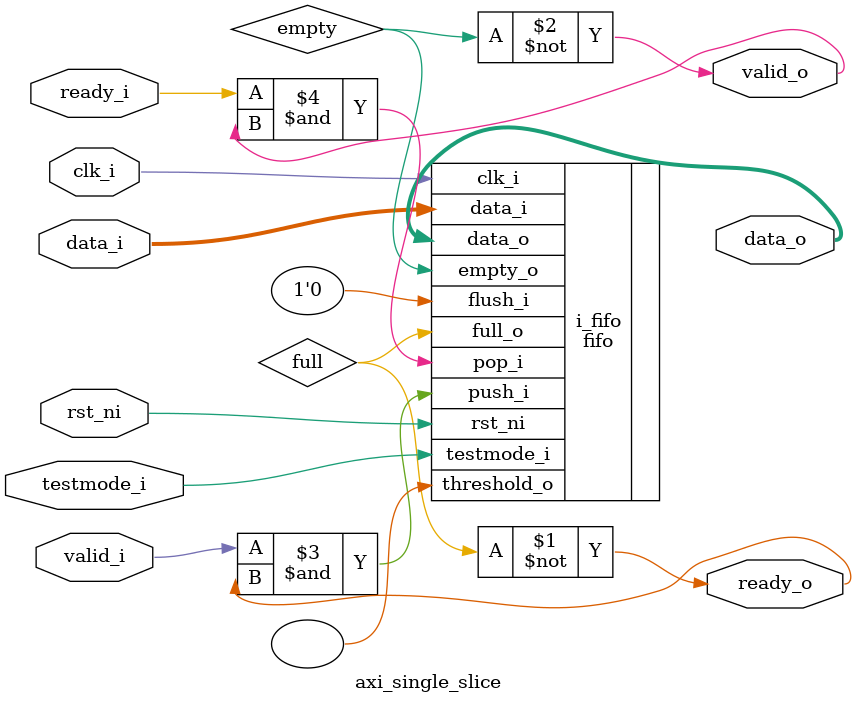
<source format=sv>

module axi_single_slice #(
    parameter int BUFFER_DEPTH = -1,
    parameter int DATA_WIDTH   = -1
) (
    input  logic                  clk_i,    // Clock
    input  logic                  rst_ni,  // Asynchronous reset active low
    input  logic                  testmode_i,
    input  logic                  valid_i,
    output logic                  ready_o,
    input  logic [DATA_WIDTH-1:0] data_i,

    input  logic                  ready_i,
    output logic                  valid_o,
    output logic [DATA_WIDTH-1:0] data_o
);

    logic full, empty;

    assign ready_o = ~full;
    assign valid_o = ~empty;

    fifo #(
        .FALL_THROUGH ( 1'b0         ),
        .DATA_WIDTH   ( DATA_WIDTH   ),
        .DEPTH        ( BUFFER_DEPTH )
    ) i_fifo (
        .clk_i      ( clk_i             ),
        .rst_ni     ( rst_ni            ),
        .flush_i    ( 1'b0              ),
        .threshold_o (), // NC
        .testmode_i ( testmode_i        ),
        .full_o     ( full              ),
        .empty_o    ( empty             ),
        .data_i     ( data_i            ),
        .push_i     ( valid_i & ready_o ),
        .data_o     ( data_o            ),
        .pop_i      ( ready_i & valid_o )
    );

endmodule

</source>
